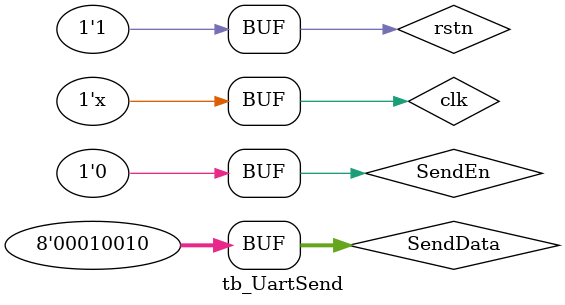
<source format=v>
`timescale 1ns / 1ps
module tb_UartSend();

reg        clk     ;
reg        rstn    ;
reg        SendEn  ;
reg  [7:0] SendData;
wire       SendBusy;
wire       SendDone;
wire       UartTx  ;
always#10 clk <= !clk;
initial begin
    clk      = 0;
    rstn     = 0;
    SendEn   = 0;
    SendData = 0;
    #100;
    rstn = 1;
    #200;
    SendEn   = 1;
    SendData = 8'h12;
    #20;
    SendEn   = 0;
end
UartSend uu(
    .clk       (clk     ),  //input            clk     ,
    .rstn      (rstn    ),  //input            rstn    ,
    .SendEn    (SendEn  ),  //input            SendEn  ,//写使能
    .SendData  (SendData),  //input      [7:0] SendData,//写数据
    .SendBusy  (SendBusy),  //output reg       SendBusy,//发送忙
    .SendDone  (SendDone),  //output           SendDone,//发送完成
    .UartTx    (UartTx  )   //output reg       UartTx   //串口接口
);
endmodule

</source>
